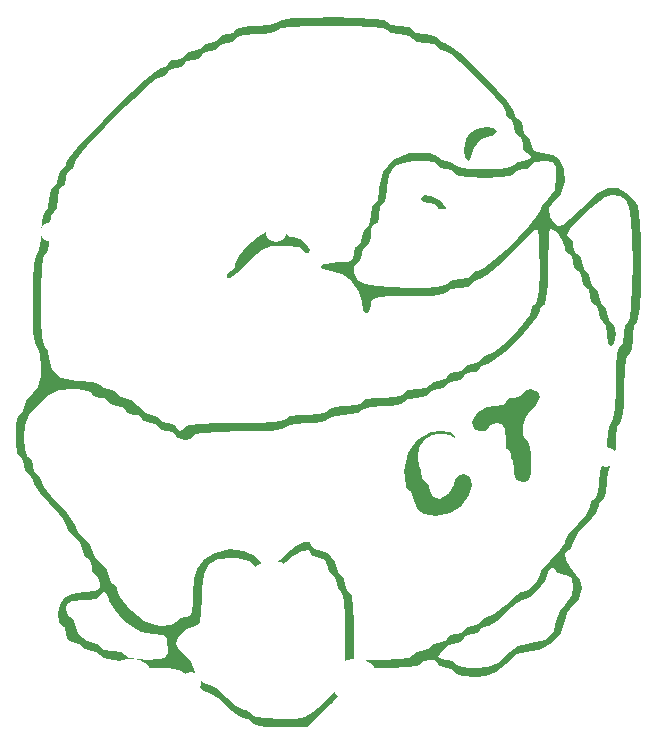
<source format=gbr>
%TF.GenerationSoftware,KiCad,Pcbnew,(7.0.0)*%
%TF.CreationDate,2023-10-03T20:21:47+02:00*%
%TF.ProjectId,qorthoz,716f7274-686f-47a2-9e6b-696361645f70,rev?*%
%TF.SameCoordinates,Original*%
%TF.FileFunction,Legend,Top*%
%TF.FilePolarity,Positive*%
%FSLAX46Y46*%
G04 Gerber Fmt 4.6, Leading zero omitted, Abs format (unit mm)*
G04 Created by KiCad (PCBNEW (7.0.0)) date 2023-10-03 20:21:47*
%MOMM*%
%LPD*%
G01*
G04 APERTURE LIST*
%ADD10C,1.750000*%
%ADD11C,3.987800*%
%ADD12C,0.650000*%
%ADD13O,1.000000X1.600000*%
%ADD14O,1.000000X2.100000*%
%ADD15R,1.700000X1.700000*%
%ADD16O,1.700000X1.700000*%
G04 APERTURE END LIST*
%TO.C,G\u002A\u002A\u002A*%
G36*
X132554363Y-46157822D02*
G01*
X133214036Y-46498796D01*
X133330835Y-46604464D01*
X133801364Y-47221725D01*
X133657356Y-47506679D01*
X133484155Y-47524384D01*
X133136804Y-47252147D01*
X133126408Y-47166637D01*
X132826778Y-46875974D01*
X132410915Y-46808891D01*
X131829589Y-46659075D01*
X131695422Y-46451144D01*
X131956158Y-46133313D01*
X132554363Y-46157822D01*
G37*
G36*
X137857233Y-40443066D02*
G01*
X138134859Y-40727200D01*
X137843377Y-41040452D01*
X137572686Y-41084947D01*
X136764526Y-41387649D01*
X136146086Y-42093669D01*
X135988380Y-42669253D01*
X135802892Y-43161506D01*
X135630634Y-43231426D01*
X135364461Y-42924511D01*
X135272887Y-42311506D01*
X135464205Y-41403885D01*
X135783954Y-40880520D01*
X136400118Y-40533900D01*
X137185122Y-40381957D01*
X137857233Y-40443066D01*
G37*
G36*
X120019244Y-49076361D02*
G01*
X120247535Y-49313116D01*
X120539017Y-49626368D01*
X120809708Y-49670862D01*
X121436408Y-49867797D01*
X121999491Y-50315857D01*
X122278462Y-50800923D01*
X122208752Y-51029447D01*
X121874410Y-51002034D01*
X121778605Y-50833538D01*
X121329094Y-50539928D01*
X120353719Y-50394321D01*
X120010802Y-50386355D01*
X118984422Y-50456337D01*
X118212490Y-50759441D01*
X117403713Y-51435405D01*
X117027817Y-51817341D01*
X116093662Y-52747173D01*
X115538227Y-53174699D01*
X115282358Y-53147411D01*
X115239084Y-52890581D01*
X115511321Y-52543230D01*
X115596831Y-52532834D01*
X115912275Y-52242255D01*
X115954577Y-51984290D01*
X116237290Y-51281177D01*
X116944352Y-50439484D01*
X117864149Y-49648472D01*
X118785065Y-49097402D01*
X119341244Y-48955369D01*
X120019244Y-49076361D01*
G37*
G36*
X134158815Y-66205016D02*
G01*
X134513173Y-66509890D01*
X134557394Y-66842693D01*
X134354417Y-67398057D01*
X133644291Y-67558180D01*
X133637475Y-67558186D01*
X132729853Y-67749504D01*
X132206489Y-68069253D01*
X131859869Y-68685417D01*
X131707926Y-69470421D01*
X131769035Y-70142532D01*
X132053169Y-70420158D01*
X132343832Y-70719788D01*
X132410915Y-71135651D01*
X132653545Y-71714637D01*
X133242774Y-71815560D01*
X133970616Y-71412421D01*
X134046328Y-71340078D01*
X134477687Y-70647099D01*
X134557394Y-70266838D01*
X134856443Y-69801961D01*
X135272887Y-69704665D01*
X135833121Y-69965387D01*
X135992219Y-70621275D01*
X135761593Y-71482915D01*
X135152652Y-72360889D01*
X135110275Y-72404025D01*
X134122189Y-73033526D01*
X132970128Y-73272819D01*
X131923672Y-73096801D01*
X131427113Y-72747002D01*
X131040039Y-72031072D01*
X130979930Y-71687370D01*
X130791373Y-71201681D01*
X130622183Y-71135651D01*
X130409728Y-70815706D01*
X130281545Y-70005369D01*
X130264437Y-69509531D01*
X130533532Y-67929757D01*
X131301507Y-66807751D01*
X132509393Y-66209454D01*
X133289020Y-66127200D01*
X134158815Y-66205016D01*
G37*
G36*
X141600065Y-62804573D02*
G01*
X141712324Y-63186253D01*
X141442406Y-63877909D01*
X140996831Y-64338468D01*
X140561094Y-64903055D01*
X140311610Y-65678428D01*
X140285650Y-66403694D01*
X140520485Y-66817960D01*
X140639084Y-66842693D01*
X140843158Y-67164441D01*
X140972689Y-67987097D01*
X140996831Y-68631426D01*
X140959161Y-69704315D01*
X140799269Y-70239405D01*
X140446831Y-70412504D01*
X140281338Y-70420158D01*
X139757619Y-70251500D01*
X139573226Y-69623963D01*
X139565845Y-69346919D01*
X139462222Y-68593362D01*
X139212549Y-68273762D01*
X139208099Y-68273679D01*
X138984077Y-67956304D01*
X138859474Y-67163462D01*
X138850352Y-66842693D01*
X138790352Y-65906490D01*
X138547840Y-65492725D01*
X138134859Y-65411707D01*
X137553533Y-65561523D01*
X137419366Y-65769454D01*
X137119736Y-66060117D01*
X136703873Y-66127200D01*
X136124887Y-65884571D01*
X136023964Y-65295342D01*
X136427103Y-64567500D01*
X136499447Y-64491788D01*
X137241765Y-64093842D01*
X137930433Y-63980722D01*
X138614878Y-63861366D01*
X138850352Y-63622975D01*
X139149982Y-63332312D01*
X139565845Y-63265229D01*
X140147171Y-63115414D01*
X140281338Y-62907482D01*
X140580968Y-62616819D01*
X140996831Y-62549736D01*
X141600065Y-62804573D01*
G37*
G36*
X98782746Y-55037060D02*
G01*
X99498239Y-55037060D01*
X99529338Y-56812653D01*
X99617092Y-58112018D01*
X99753190Y-58843729D01*
X99855986Y-58972271D01*
X100122159Y-59279186D01*
X100213732Y-59892190D01*
X100458777Y-60948581D01*
X101225706Y-61582379D01*
X102562218Y-61828439D01*
X102871278Y-61834243D01*
X103840184Y-61904255D01*
X104426665Y-62081681D01*
X104506690Y-62191989D01*
X104806320Y-62482652D01*
X105222183Y-62549736D01*
X105803509Y-62699551D01*
X105937676Y-62907482D01*
X106233510Y-63209296D01*
X106574193Y-63265229D01*
X107265849Y-63535147D01*
X107726408Y-63980722D01*
X108369286Y-64539511D01*
X108878624Y-64696215D01*
X109415623Y-64862485D01*
X109515141Y-65053961D01*
X109814771Y-65344624D01*
X110230634Y-65411707D01*
X110811960Y-65561523D01*
X110946127Y-65769454D01*
X111218363Y-66116805D01*
X111303873Y-66127200D01*
X111651224Y-65854964D01*
X111661620Y-65769454D01*
X112005326Y-65612418D01*
X112981901Y-65496231D01*
X114509531Y-65427713D01*
X115954577Y-65411707D01*
X117839015Y-65383065D01*
X119233248Y-65301684D01*
X120055463Y-65174381D01*
X120247535Y-65053961D01*
X120569282Y-64849887D01*
X121391939Y-64720357D01*
X122036268Y-64696215D01*
X123056638Y-64631865D01*
X123704288Y-64467334D01*
X123825000Y-64338468D01*
X124142375Y-64114446D01*
X124935217Y-63989844D01*
X125255986Y-63980722D01*
X126152073Y-63901378D01*
X126650482Y-63703167D01*
X126686972Y-63622975D01*
X127008719Y-63418901D01*
X127831376Y-63289371D01*
X128475704Y-63265229D01*
X129496074Y-63200879D01*
X130143725Y-63036348D01*
X130264437Y-62907482D01*
X130575307Y-62656297D01*
X131324324Y-62549763D01*
X131337676Y-62549736D01*
X132091232Y-62446112D01*
X132410833Y-62196440D01*
X132410915Y-62191989D01*
X132710546Y-61901326D01*
X133126408Y-61834243D01*
X133707735Y-61684428D01*
X133841901Y-61476496D01*
X134141532Y-61185833D01*
X134557394Y-61118750D01*
X135138721Y-60968935D01*
X135272887Y-60761003D01*
X135572517Y-60470340D01*
X135988380Y-60403257D01*
X136569706Y-60253442D01*
X136703873Y-60045510D01*
X136994283Y-59729659D01*
X137249907Y-59687764D01*
X137813983Y-59433311D01*
X138636140Y-58788014D01*
X139539285Y-57928966D01*
X140346325Y-57033262D01*
X140880166Y-56277994D01*
X140996831Y-55940840D01*
X141187099Y-55458751D01*
X141354577Y-55394806D01*
X141525995Y-55057089D01*
X141648272Y-54122236D01*
X141708361Y-52707693D01*
X141712324Y-52175088D01*
X141691892Y-50757155D01*
X141637162Y-49657835D01*
X141557985Y-49036756D01*
X141513639Y-48955369D01*
X141189378Y-49193365D01*
X140497944Y-49827542D01*
X139567925Y-50738182D01*
X139208099Y-51101848D01*
X138175937Y-52089443D01*
X137274888Y-52837173D01*
X136657670Y-53221954D01*
X136544812Y-53248327D01*
X136056155Y-53435488D01*
X135988380Y-53606074D01*
X135677510Y-53857259D01*
X134928493Y-53963793D01*
X134915141Y-53963820D01*
X134161584Y-54067444D01*
X133841984Y-54317116D01*
X133841901Y-54321567D01*
X133504185Y-54492984D01*
X132569332Y-54615262D01*
X131154788Y-54675350D01*
X130622183Y-54679313D01*
X129092458Y-54691268D01*
X128141913Y-54747309D01*
X127634368Y-54877698D01*
X127433645Y-55112696D01*
X127402465Y-55394806D01*
X127252650Y-55976132D01*
X127044718Y-56110299D01*
X126777553Y-55803657D01*
X126686972Y-55199672D01*
X126439403Y-54319912D01*
X125840485Y-53443144D01*
X125808867Y-53410939D01*
X124942516Y-52801326D01*
X124053489Y-52533400D01*
X124020134Y-52532834D01*
X123340078Y-52412368D01*
X123109507Y-52175088D01*
X123239651Y-52083225D01*
X126015191Y-52083225D01*
X126033082Y-52693553D01*
X126367304Y-53367346D01*
X126418662Y-53428692D01*
X126927303Y-53644258D01*
X127912548Y-53809789D01*
X129195059Y-53920999D01*
X130595500Y-53973603D01*
X131934533Y-53963316D01*
X133032822Y-53885852D01*
X133711029Y-53736926D01*
X133841901Y-53606074D01*
X134152772Y-53354888D01*
X134901788Y-53248355D01*
X134915141Y-53248327D01*
X135668697Y-53144704D01*
X135988298Y-52895032D01*
X135988380Y-52890581D01*
X136278599Y-52574276D01*
X136531625Y-52532834D01*
X137023210Y-52286856D01*
X137838075Y-51643637D01*
X138831945Y-50745254D01*
X139860543Y-49733783D01*
X140779594Y-48751300D01*
X141444824Y-47939880D01*
X141711957Y-47441601D01*
X141712324Y-47431111D01*
X141976733Y-46880837D01*
X142427817Y-46451144D01*
X142989280Y-45689993D01*
X143143310Y-44583436D01*
X143094209Y-43699046D01*
X142835658Y-43318663D01*
X142200785Y-43232071D01*
X142070070Y-43231426D01*
X141316514Y-43335049D01*
X140996913Y-43584721D01*
X140996831Y-43589172D01*
X140697201Y-43879835D01*
X140281338Y-43946919D01*
X139700012Y-44096734D01*
X139565845Y-44304665D01*
X139234958Y-44488181D01*
X138348117Y-44614988D01*
X137064050Y-44662412D01*
X137061620Y-44662412D01*
X135777012Y-44615142D01*
X134889361Y-44488451D01*
X134557395Y-44305012D01*
X134557394Y-44304665D01*
X134257764Y-44014002D01*
X133841901Y-43946919D01*
X133260575Y-43797104D01*
X133126408Y-43589172D01*
X132817087Y-43343704D01*
X132050996Y-43238456D01*
X131070944Y-43263586D01*
X130119742Y-43409249D01*
X129440197Y-43665601D01*
X129344517Y-43742492D01*
X128997161Y-44432415D01*
X128835022Y-45429354D01*
X128833451Y-45531225D01*
X128745268Y-46368927D01*
X128527891Y-46795233D01*
X128475704Y-46808891D01*
X128224519Y-47119761D01*
X128117985Y-47868778D01*
X128117958Y-47882130D01*
X128014334Y-48635686D01*
X127764662Y-48955287D01*
X127760211Y-48955369D01*
X127469548Y-49255000D01*
X127402465Y-49670862D01*
X127252650Y-50252189D01*
X127044718Y-50386355D01*
X126754055Y-50685986D01*
X126686972Y-51101848D01*
X126537157Y-51683175D01*
X126329225Y-51817341D01*
X126015191Y-52083225D01*
X123239651Y-52083225D01*
X123426882Y-51951066D01*
X124219724Y-51826464D01*
X124540493Y-51817341D01*
X125476696Y-51757341D01*
X125890461Y-51514829D01*
X125971479Y-51101848D01*
X126121294Y-50520522D01*
X126329225Y-50386355D01*
X126619888Y-50086725D01*
X126686972Y-49670862D01*
X126836787Y-49089536D01*
X127044718Y-48955369D01*
X127295904Y-48644499D01*
X127402437Y-47895482D01*
X127402465Y-47882130D01*
X127506088Y-47128574D01*
X127755760Y-46808973D01*
X127760211Y-46808891D01*
X127995455Y-46494114D01*
X128114407Y-45718865D01*
X128117958Y-45540517D01*
X128418882Y-44127834D01*
X129277692Y-43124502D01*
X130628447Y-42589487D01*
X131500288Y-42515933D01*
X132465994Y-42586321D01*
X133048644Y-42764595D01*
X133126408Y-42873679D01*
X133426039Y-43164342D01*
X133841901Y-43231426D01*
X134423228Y-43381241D01*
X134557394Y-43589172D01*
X134888281Y-43772688D01*
X135775122Y-43899495D01*
X137059190Y-43946919D01*
X137061620Y-43946919D01*
X138346227Y-43899649D01*
X139233878Y-43772958D01*
X139565844Y-43589519D01*
X139565845Y-43589172D01*
X139865475Y-43298509D01*
X140281338Y-43231426D01*
X140862664Y-43081611D01*
X140996831Y-42873679D01*
X140724595Y-42526329D01*
X140639084Y-42515933D01*
X140348421Y-42216303D01*
X140281338Y-41800440D01*
X140131523Y-41219114D01*
X139923591Y-41084947D01*
X139632928Y-40785317D01*
X139565845Y-40369454D01*
X139416030Y-39788128D01*
X139208099Y-39653961D01*
X138891794Y-39363742D01*
X138850352Y-39110716D01*
X138600665Y-38601190D01*
X137947587Y-37774851D01*
X137035091Y-36775673D01*
X136007148Y-35747628D01*
X135007732Y-34834689D01*
X134180815Y-34180828D01*
X133670371Y-33930019D01*
X133669653Y-33930017D01*
X133189339Y-33738898D01*
X133126408Y-33572271D01*
X132815538Y-33321085D01*
X132066521Y-33214552D01*
X132053169Y-33214524D01*
X131299613Y-33110901D01*
X130980012Y-32861229D01*
X130979930Y-32856778D01*
X130669059Y-32605592D01*
X129920043Y-32499059D01*
X129906690Y-32499031D01*
X129153134Y-32395408D01*
X128833533Y-32145736D01*
X128833451Y-32141285D01*
X128488381Y-31988287D01*
X127502357Y-31873951D01*
X125949157Y-31803954D01*
X124182746Y-31783538D01*
X122193768Y-31810082D01*
X120707406Y-31885930D01*
X119797439Y-32005407D01*
X119532042Y-32141285D01*
X119210295Y-32345359D01*
X118387638Y-32474889D01*
X117743310Y-32499031D01*
X116722940Y-32563381D01*
X116075289Y-32727912D01*
X115954577Y-32856778D01*
X115654947Y-33147441D01*
X115239084Y-33214524D01*
X114657758Y-33364339D01*
X114523591Y-33572271D01*
X114223961Y-33862934D01*
X113808099Y-33930017D01*
X113226772Y-34079832D01*
X113092606Y-34287764D01*
X112792975Y-34578427D01*
X112377113Y-34645510D01*
X111795786Y-34795325D01*
X111661620Y-35003257D01*
X111361989Y-35293920D01*
X110946127Y-35361003D01*
X110364800Y-35510818D01*
X110230634Y-35718750D01*
X109940555Y-36035386D01*
X109689428Y-36076496D01*
X109225251Y-36323765D01*
X108401430Y-36987532D01*
X107335025Y-37950738D01*
X106143095Y-39096323D01*
X104942699Y-40307227D01*
X103850898Y-41466392D01*
X102984751Y-42456756D01*
X102461317Y-43161262D01*
X102360211Y-43405713D01*
X102168464Y-43884726D01*
X102002465Y-43946919D01*
X101711802Y-44246549D01*
X101644718Y-44662412D01*
X101494903Y-45243738D01*
X101286972Y-45377905D01*
X101035786Y-45688775D01*
X100929253Y-46437792D01*
X100929225Y-46451144D01*
X100825602Y-47204701D01*
X100575930Y-47524301D01*
X100571479Y-47524384D01*
X100367405Y-47846131D01*
X100237875Y-48668787D01*
X100213732Y-49313116D01*
X100149383Y-50333486D01*
X99984852Y-50981137D01*
X99855986Y-51101848D01*
X99694568Y-51443930D01*
X99576444Y-52409224D01*
X99509925Y-53906306D01*
X99498239Y-55037060D01*
X98782746Y-55037060D01*
X98813845Y-53261466D01*
X98901599Y-51962101D01*
X99037697Y-51230390D01*
X99140493Y-51101848D01*
X99344567Y-50780101D01*
X99474097Y-49957444D01*
X99498239Y-49313116D01*
X99562589Y-48292746D01*
X99727120Y-47645095D01*
X99855986Y-47524384D01*
X100107171Y-47213513D01*
X100213705Y-46464497D01*
X100213732Y-46451144D01*
X100317356Y-45697588D01*
X100567028Y-45377987D01*
X100571479Y-45377905D01*
X100862142Y-45078274D01*
X100929225Y-44662412D01*
X101079040Y-44081085D01*
X101286972Y-43946919D01*
X101603678Y-43656870D01*
X101644718Y-43406139D01*
X101891624Y-42952411D01*
X102558375Y-42129849D01*
X103534027Y-41049401D01*
X104707631Y-39822013D01*
X105968241Y-38558632D01*
X107204911Y-37370205D01*
X108306693Y-36367678D01*
X109162641Y-35661998D01*
X109661808Y-35364112D01*
X109689854Y-35361003D01*
X110168596Y-35169125D01*
X110230634Y-35003257D01*
X110530264Y-34712594D01*
X110946127Y-34645510D01*
X111527453Y-34495695D01*
X111661620Y-34287764D01*
X111961250Y-33997101D01*
X112377113Y-33930017D01*
X112958439Y-33780202D01*
X113092606Y-33572271D01*
X113392236Y-33281608D01*
X113808099Y-33214524D01*
X114389425Y-33064709D01*
X114523591Y-32856778D01*
X114823222Y-32566115D01*
X115239084Y-32499031D01*
X115820411Y-32349216D01*
X115954577Y-32141285D01*
X116276325Y-31937211D01*
X117098981Y-31807681D01*
X117743310Y-31783538D01*
X118763680Y-31719189D01*
X119411330Y-31554658D01*
X119532042Y-31425792D01*
X119877112Y-31272794D01*
X120863136Y-31158458D01*
X122416336Y-31088461D01*
X124182746Y-31068046D01*
X126171725Y-31094589D01*
X127658087Y-31170437D01*
X128568053Y-31289914D01*
X128833451Y-31425792D01*
X129144321Y-31676977D01*
X129893338Y-31783511D01*
X129906690Y-31783538D01*
X130660246Y-31887162D01*
X130979847Y-32136834D01*
X130979930Y-32141285D01*
X131290800Y-32392470D01*
X132039817Y-32499004D01*
X132053169Y-32499031D01*
X132806725Y-32602655D01*
X133126326Y-32852327D01*
X133126408Y-32856778D01*
X133416568Y-33173221D01*
X133668798Y-33214524D01*
X134160074Y-33463072D01*
X134985999Y-34120004D01*
X136013505Y-35052251D01*
X137109524Y-36126745D01*
X138140987Y-37210418D01*
X138974827Y-38170201D01*
X139477974Y-38873027D01*
X139565845Y-39111571D01*
X139757227Y-39591340D01*
X139923591Y-39653961D01*
X140214255Y-39953591D01*
X140281338Y-40369454D01*
X140431153Y-40950780D01*
X140639084Y-41084947D01*
X140929748Y-41384577D01*
X140996831Y-41800440D01*
X141199809Y-42355803D01*
X141909934Y-42515927D01*
X141916750Y-42515933D01*
X142824372Y-42707251D01*
X143347736Y-43026999D01*
X143782116Y-43886156D01*
X143837731Y-44984031D01*
X143534193Y-45992127D01*
X143143310Y-46451144D01*
X142509785Y-47191132D01*
X142589780Y-47984055D01*
X142963594Y-48469014D01*
X143298089Y-48695287D01*
X143690052Y-48620685D01*
X144276365Y-48169239D01*
X145193912Y-47264980D01*
X145265720Y-47191348D01*
X146502089Y-46053959D01*
X147488627Y-45501456D01*
X148346050Y-45506661D01*
X149195075Y-46042396D01*
X149420134Y-46256010D01*
X149773294Y-46642309D01*
X150016379Y-47060276D01*
X150169900Y-47643616D01*
X150254369Y-48526036D01*
X150290299Y-49841243D01*
X150298201Y-51722944D01*
X150298239Y-51979953D01*
X150272716Y-54024304D01*
X150199588Y-55559834D01*
X150084019Y-56516611D01*
X149940493Y-56825792D01*
X149716471Y-57143167D01*
X149591869Y-57936009D01*
X149582746Y-58256778D01*
X149503403Y-59152865D01*
X149305192Y-59651274D01*
X149225000Y-59687764D01*
X149047835Y-60022480D01*
X148923338Y-60936296D01*
X148868446Y-62293709D01*
X148867253Y-62549736D01*
X148825414Y-63967055D01*
X148711187Y-64963033D01*
X148541510Y-65402168D01*
X148509507Y-65411707D01*
X148305433Y-65733455D01*
X148175903Y-66556111D01*
X148151761Y-67200440D01*
X148087411Y-68220810D01*
X147922880Y-68868461D01*
X147794014Y-68989172D01*
X147569992Y-69306547D01*
X147445390Y-70099389D01*
X147436268Y-70420158D01*
X147356924Y-71316245D01*
X147158713Y-71814655D01*
X147078521Y-71851144D01*
X146766826Y-72143252D01*
X146720775Y-72423106D01*
X146474996Y-73015918D01*
X145863410Y-73784261D01*
X145647535Y-73997623D01*
X144965982Y-74765272D01*
X144596259Y-75436577D01*
X144574296Y-75572140D01*
X144391590Y-76070475D01*
X144216549Y-76144102D01*
X143885121Y-76393866D01*
X143913982Y-76971836D01*
X144251735Y-77621032D01*
X144574296Y-77932834D01*
X145132714Y-78678813D01*
X145289789Y-79363820D01*
X145021275Y-80271706D01*
X144574296Y-80794806D01*
X144010776Y-81521656D01*
X143858803Y-82142156D01*
X143539874Y-83160278D01*
X142730579Y-84054173D01*
X141652158Y-84625115D01*
X140977750Y-84730017D01*
X139835112Y-85008717D01*
X138850352Y-85803257D01*
X138046419Y-86510564D01*
X137181037Y-86819449D01*
X136202595Y-86876496D01*
X135230328Y-86806876D01*
X134639827Y-86630334D01*
X134557394Y-86518750D01*
X134257764Y-86228087D01*
X133841901Y-86161003D01*
X133260575Y-86011188D01*
X133126408Y-85803257D01*
X132826778Y-85512594D01*
X132410915Y-85445510D01*
X131829589Y-85595325D01*
X131695422Y-85803257D01*
X131360706Y-85980422D01*
X130446890Y-86104919D01*
X129089477Y-86159811D01*
X128833451Y-86161003D01*
X127369008Y-86185573D01*
X126490044Y-86275621D01*
X126067717Y-86455654D01*
X125971479Y-86705400D01*
X125731829Y-87205112D01*
X125097838Y-88031558D01*
X124196942Y-89021903D01*
X124011650Y-89209625D01*
X122051822Y-91169454D01*
X119718693Y-91169454D01*
X118500489Y-91119059D01*
X117666098Y-90985488D01*
X117385563Y-90811707D01*
X117093455Y-90500013D01*
X116813602Y-90453961D01*
X116220790Y-90208182D01*
X115452447Y-89596596D01*
X115239084Y-89380722D01*
X114509432Y-88703230D01*
X113921135Y-88331695D01*
X113808099Y-88307482D01*
X113311175Y-88065042D01*
X112598364Y-87460746D01*
X112377113Y-87234243D01*
X111764138Y-86648731D01*
X111151837Y-86325912D01*
X110299432Y-86188952D01*
X109013863Y-86161003D01*
X107784822Y-86111139D01*
X106941785Y-85978722D01*
X106653169Y-85803257D01*
X106342299Y-85552071D01*
X105593282Y-85445538D01*
X105579930Y-85445510D01*
X104826373Y-85341887D01*
X104506773Y-85092215D01*
X104506690Y-85087764D01*
X104207060Y-84797101D01*
X103791197Y-84730017D01*
X103209871Y-84580202D01*
X103075704Y-84372271D01*
X102776074Y-84081608D01*
X102360211Y-84014524D01*
X101762307Y-83761559D01*
X101644718Y-83299031D01*
X101494903Y-82717705D01*
X101286972Y-82583538D01*
X100999342Y-82295189D01*
X100942762Y-81617961D01*
X101035382Y-81152553D01*
X101644718Y-81152553D01*
X101794533Y-81733879D01*
X102002465Y-81868046D01*
X102315717Y-82159527D01*
X102360211Y-82430219D01*
X102662913Y-83238379D01*
X103368933Y-83856819D01*
X103944517Y-84014524D01*
X104436770Y-84200013D01*
X104506690Y-84372271D01*
X104817560Y-84623456D01*
X105566577Y-84729990D01*
X105579930Y-84730017D01*
X106333486Y-84833641D01*
X106653087Y-85083313D01*
X106653169Y-85087764D01*
X106974916Y-85291838D01*
X107797573Y-85421368D01*
X108441901Y-85445510D01*
X109500787Y-85422062D01*
X110028815Y-85277893D01*
X110210549Y-84902263D01*
X110230634Y-84372271D01*
X110203515Y-84088868D01*
X110946127Y-84088868D01*
X111211150Y-84654588D01*
X111661620Y-85087764D01*
X112216458Y-85666648D01*
X112377113Y-86086659D01*
X112650503Y-86778870D01*
X113264933Y-87385096D01*
X113817887Y-87591989D01*
X114308311Y-87834202D01*
X115017317Y-88438002D01*
X115239084Y-88665229D01*
X116006734Y-89346782D01*
X116678039Y-89716505D01*
X116813602Y-89738468D01*
X117311936Y-89921174D01*
X117385563Y-90096215D01*
X117714248Y-90282974D01*
X118585524Y-90410903D01*
X119720330Y-90453961D01*
X121003624Y-90429921D01*
X121849762Y-90282354D01*
X122537003Y-89898093D01*
X123343610Y-89163968D01*
X123655541Y-88853516D01*
X125255986Y-87253071D01*
X125255986Y-83487319D01*
X125223572Y-81764934D01*
X125132451Y-80511526D01*
X124991807Y-79823750D01*
X124898239Y-79721567D01*
X124607576Y-79421936D01*
X124540493Y-79006074D01*
X124390678Y-78424747D01*
X124182746Y-78290581D01*
X123892083Y-77990951D01*
X123825000Y-77575088D01*
X123572035Y-76977183D01*
X123109507Y-76859595D01*
X122528181Y-76709780D01*
X122394014Y-76501848D01*
X122161867Y-76151753D01*
X121575125Y-76239169D01*
X120798337Y-76709246D01*
X120247535Y-77217341D01*
X119313220Y-78041305D01*
X118576756Y-78234050D01*
X117929852Y-77811046D01*
X117743310Y-77575088D01*
X117116548Y-77066815D01*
X116085460Y-76869323D01*
X115671175Y-76859595D01*
X114454429Y-76964151D01*
X113682915Y-77358732D01*
X113263850Y-78164709D01*
X113104449Y-79503453D01*
X113092606Y-80232633D01*
X113060330Y-81532528D01*
X112941087Y-82259543D01*
X112701248Y-82554298D01*
X112530433Y-82583538D01*
X111755499Y-82866541D01*
X111130323Y-83519099D01*
X110946127Y-84088868D01*
X110203515Y-84088868D01*
X110161862Y-83653570D01*
X109811446Y-83356999D01*
X108966596Y-83299031D01*
X107940198Y-83135000D01*
X106992413Y-82550322D01*
X106462371Y-82058844D01*
X105733689Y-81224784D01*
X105287725Y-80511233D01*
X105222183Y-80270111D01*
X105032675Y-79786430D01*
X104864437Y-79721567D01*
X104517086Y-79993803D01*
X104506690Y-80079313D01*
X104189315Y-80303335D01*
X103396473Y-80427937D01*
X103075704Y-80437060D01*
X102139501Y-80497060D01*
X101725736Y-80739572D01*
X101644718Y-81152553D01*
X101035382Y-81152553D01*
X101098859Y-80833586D01*
X101440292Y-80232633D01*
X102130215Y-79885277D01*
X103127153Y-79723138D01*
X103229024Y-79721567D01*
X104102696Y-79644978D01*
X104460551Y-79344309D01*
X104506690Y-79006074D01*
X104356875Y-78424747D01*
X104148944Y-78290581D01*
X103858280Y-77990951D01*
X103791197Y-77575088D01*
X103641382Y-76993762D01*
X103433451Y-76859595D01*
X103131637Y-76563760D01*
X103075704Y-76223078D01*
X102805786Y-75531421D01*
X102360211Y-75070862D01*
X101805307Y-74490952D01*
X101644718Y-74069473D01*
X101402726Y-73567541D01*
X100780179Y-72793035D01*
X100213732Y-72208891D01*
X99417849Y-71348165D01*
X98898304Y-70602049D01*
X98782746Y-70269332D01*
X98597975Y-69775524D01*
X98425000Y-69704665D01*
X98134337Y-69405035D01*
X98067253Y-68989172D01*
X97917438Y-68407846D01*
X97709507Y-68273679D01*
X97505433Y-67951932D01*
X97375903Y-67129275D01*
X97358016Y-66651895D01*
X98067253Y-66651895D01*
X98137818Y-67616105D01*
X98316491Y-68196961D01*
X98425000Y-68273679D01*
X98715663Y-68573309D01*
X98782746Y-68989172D01*
X98932561Y-69570498D01*
X99140493Y-69704665D01*
X99453346Y-69996308D01*
X99498239Y-70269332D01*
X99741629Y-70817236D01*
X100367419Y-71623508D01*
X100929225Y-72208891D01*
X101723031Y-73053714D01*
X102242647Y-73764259D01*
X102360211Y-74069473D01*
X102625315Y-74637229D01*
X103075704Y-75070862D01*
X103632482Y-75680545D01*
X103791197Y-76144102D01*
X104058612Y-76770707D01*
X104506690Y-77217341D01*
X105065479Y-77860218D01*
X105222183Y-78369557D01*
X105388453Y-78906556D01*
X105579930Y-79006074D01*
X105895374Y-79296653D01*
X105937676Y-79554618D01*
X106175922Y-80115166D01*
X106780901Y-80917398D01*
X107177864Y-81343351D01*
X108191146Y-82189447D01*
X109143323Y-82545702D01*
X109682089Y-82583538D01*
X110514422Y-82494473D01*
X110934023Y-82275208D01*
X110946127Y-82225792D01*
X111245757Y-81935129D01*
X111661620Y-81868046D01*
X112073773Y-81783348D01*
X112289252Y-81416583D01*
X112369011Y-80598745D01*
X112377113Y-79884179D01*
X112440830Y-78604165D01*
X112687927Y-77759199D01*
X113202315Y-77075785D01*
X113255218Y-77022207D01*
X114267530Y-76383172D01*
X115498310Y-76109845D01*
X116694832Y-76211381D01*
X117604371Y-76696938D01*
X117743310Y-76859595D01*
X118384496Y-77458487D01*
X119083799Y-77446122D01*
X119949510Y-76807030D01*
X120247535Y-76501848D01*
X121059573Y-75803691D01*
X121793045Y-75451036D01*
X122283402Y-75498731D01*
X122394014Y-75786355D01*
X122685496Y-76099607D01*
X122956187Y-76144102D01*
X123764347Y-76446804D01*
X124382787Y-77152824D01*
X124540493Y-77728408D01*
X124725981Y-78220661D01*
X124898239Y-78290581D01*
X125188902Y-78590211D01*
X125255986Y-79006074D01*
X125405801Y-79587400D01*
X125613732Y-79721567D01*
X125790897Y-80056283D01*
X125915394Y-80970099D01*
X125970286Y-82327512D01*
X125971479Y-82583538D01*
X125971479Y-85445510D01*
X128475704Y-85445510D01*
X129760311Y-85398241D01*
X130647962Y-85271549D01*
X130703094Y-85241084D01*
X133126408Y-85241084D01*
X133427161Y-85407407D01*
X133841901Y-85445510D01*
X134423228Y-85595325D01*
X134557394Y-85803257D01*
X134877565Y-86014675D01*
X135689442Y-86143078D01*
X136202595Y-86161003D01*
X137374117Y-86067582D01*
X138199132Y-85691283D01*
X138850352Y-85087764D01*
X139920679Y-84249579D01*
X140987042Y-84014524D01*
X142212055Y-83756709D01*
X142951939Y-83027189D01*
X143143310Y-82151448D01*
X143419482Y-81289815D01*
X143858803Y-80794806D01*
X144436390Y-79999942D01*
X144574296Y-79284844D01*
X144441104Y-78535289D01*
X143959398Y-78293629D01*
X143858803Y-78290581D01*
X143277477Y-78140766D01*
X143143310Y-77932834D01*
X142871074Y-77585484D01*
X142785563Y-77575088D01*
X142470820Y-77865959D01*
X142427817Y-78127969D01*
X142176124Y-78756393D01*
X141576826Y-79516806D01*
X140863594Y-80160050D01*
X140270099Y-80436967D01*
X140262257Y-80437060D01*
X139777998Y-80679058D01*
X139072606Y-81282387D01*
X138850352Y-81510299D01*
X138082703Y-82191853D01*
X137411398Y-82561575D01*
X137275835Y-82583538D01*
X136777500Y-82766244D01*
X136703873Y-82941285D01*
X136404243Y-83231948D01*
X135988380Y-83299031D01*
X135407054Y-83448846D01*
X135272887Y-83656778D01*
X134981405Y-83970030D01*
X134710714Y-84014524D01*
X134071294Y-84232215D01*
X133435153Y-84717515D01*
X133127352Y-85218762D01*
X133126408Y-85241084D01*
X130703094Y-85241084D01*
X130979928Y-85088111D01*
X130979930Y-85087764D01*
X131279560Y-84797101D01*
X131695422Y-84730017D01*
X132276749Y-84580202D01*
X132410915Y-84372271D01*
X132710546Y-84081608D01*
X133126408Y-84014524D01*
X133707735Y-83864709D01*
X133841901Y-83656778D01*
X134141532Y-83366115D01*
X134557394Y-83299031D01*
X135138721Y-83149216D01*
X135272887Y-82941285D01*
X135572517Y-82650622D01*
X135988380Y-82583538D01*
X136569706Y-82433723D01*
X136703873Y-82225792D01*
X136995981Y-81914097D01*
X137275835Y-81868046D01*
X137868647Y-81622267D01*
X138636990Y-81010681D01*
X138850352Y-80794806D01*
X139577446Y-80117592D01*
X140160150Y-79745937D01*
X140271549Y-79721567D01*
X140918568Y-79443733D01*
X141505035Y-78827652D01*
X141712324Y-78280792D01*
X141954537Y-77790368D01*
X142558337Y-77081362D01*
X142785563Y-76859595D01*
X143463055Y-76129942D01*
X143834590Y-75541646D01*
X143858803Y-75428609D01*
X144101243Y-74931686D01*
X144705539Y-74218874D01*
X144932042Y-73997623D01*
X145613596Y-73229974D01*
X145983318Y-72558669D01*
X146005282Y-72423106D01*
X146187987Y-71924771D01*
X146363028Y-71851144D01*
X146587050Y-71533769D01*
X146711652Y-70740927D01*
X146720775Y-70420158D01*
X146800118Y-69524071D01*
X146998329Y-69025662D01*
X147078521Y-68989172D01*
X147282595Y-68667425D01*
X147412125Y-67844768D01*
X147436268Y-67200440D01*
X147500617Y-66180070D01*
X147665148Y-65532419D01*
X147794014Y-65411707D01*
X147965431Y-65073991D01*
X148087709Y-64139138D01*
X148147798Y-62724594D01*
X148151761Y-62191989D01*
X148189285Y-60649233D01*
X148293157Y-59548734D01*
X148450329Y-59007936D01*
X148509507Y-58972271D01*
X148760692Y-58661400D01*
X148867226Y-57912384D01*
X148867253Y-57899031D01*
X148970877Y-57145475D01*
X149220549Y-56825874D01*
X149225000Y-56825792D01*
X149375829Y-56480038D01*
X149489144Y-55489283D01*
X149559806Y-53923284D01*
X149582746Y-51970661D01*
X149560636Y-49777507D01*
X149474555Y-48200805D01*
X149294883Y-47142339D01*
X148991998Y-46503894D01*
X148536276Y-46187254D01*
X147898097Y-46094203D01*
X147810153Y-46093398D01*
X147252204Y-46300266D01*
X146477662Y-46830467D01*
X145628914Y-47548394D01*
X144848345Y-48318438D01*
X144278341Y-49004992D01*
X144061290Y-49472449D01*
X144142411Y-49586525D01*
X144503353Y-50017153D01*
X144574296Y-50416168D01*
X144729921Y-50981109D01*
X144932042Y-51101848D01*
X145222705Y-51401478D01*
X145289789Y-51817341D01*
X145439604Y-52398668D01*
X145647535Y-52532834D01*
X145938198Y-52832464D01*
X146005282Y-53248327D01*
X146155097Y-53829653D01*
X146363028Y-53963820D01*
X146653691Y-54263450D01*
X146720775Y-54679313D01*
X146870590Y-55260639D01*
X147078521Y-55394806D01*
X147369184Y-55694436D01*
X147436268Y-56110299D01*
X147586083Y-56691625D01*
X147794014Y-56825792D01*
X148045199Y-57136662D01*
X148151733Y-57885679D01*
X148151761Y-57899031D01*
X148048137Y-58652588D01*
X147798465Y-58972188D01*
X147794014Y-58972271D01*
X147542829Y-58661400D01*
X147436295Y-57912384D01*
X147436268Y-57899031D01*
X147332644Y-57145475D01*
X147082972Y-56825874D01*
X147078521Y-56825792D01*
X146787858Y-56526162D01*
X146720775Y-56110299D01*
X146570960Y-55528973D01*
X146363028Y-55394806D01*
X146072365Y-55095176D01*
X146005282Y-54679313D01*
X145855467Y-54097987D01*
X145647535Y-53963820D01*
X145356872Y-53664190D01*
X145289789Y-53248327D01*
X145139974Y-52667001D01*
X144932042Y-52532834D01*
X144641379Y-52233204D01*
X144574296Y-51817341D01*
X144424481Y-51236015D01*
X144216549Y-51101848D01*
X143903297Y-50810366D01*
X143858803Y-50539675D01*
X143641112Y-49900255D01*
X143155812Y-49264114D01*
X142654565Y-48956313D01*
X142632243Y-48955369D01*
X142542216Y-49286476D01*
X142472418Y-50173376D01*
X142432984Y-51456443D01*
X142427817Y-52175088D01*
X142390293Y-53717844D01*
X142286420Y-54818343D01*
X142129249Y-55359141D01*
X142070070Y-55394806D01*
X141753953Y-55685104D01*
X141712324Y-55939203D01*
X141472674Y-56438915D01*
X140838683Y-57265361D01*
X139937787Y-58255706D01*
X139752495Y-58443428D01*
X138749702Y-59379653D01*
X137880755Y-60072490D01*
X137308492Y-60394505D01*
X137248270Y-60403257D01*
X136767222Y-60594024D01*
X136703873Y-60761003D01*
X136404243Y-61051666D01*
X135988380Y-61118750D01*
X135407054Y-61268565D01*
X135272887Y-61476496D01*
X134973257Y-61767159D01*
X134557394Y-61834243D01*
X133976068Y-61984058D01*
X133841901Y-62191989D01*
X133542271Y-62482652D01*
X133126408Y-62549736D01*
X132545082Y-62699551D01*
X132410915Y-62907482D01*
X132100045Y-63158668D01*
X131351028Y-63265201D01*
X131337676Y-63265229D01*
X130584120Y-63368852D01*
X130264519Y-63618524D01*
X130264437Y-63622975D01*
X129942689Y-63827049D01*
X129120033Y-63956579D01*
X128475704Y-63980722D01*
X127455334Y-64045071D01*
X126807683Y-64209602D01*
X126686972Y-64338468D01*
X126369597Y-64562490D01*
X125576755Y-64687092D01*
X125255986Y-64696215D01*
X124359899Y-64775558D01*
X123861489Y-64973769D01*
X123825000Y-65053961D01*
X123503253Y-65258035D01*
X122680596Y-65387565D01*
X122036268Y-65411707D01*
X121015897Y-65476057D01*
X120368247Y-65640588D01*
X120247535Y-65769454D01*
X119905454Y-65930872D01*
X118940160Y-66048996D01*
X117443077Y-66115515D01*
X116312324Y-66127200D01*
X114536730Y-66158299D01*
X113237366Y-66246053D01*
X112505654Y-66382151D01*
X112377113Y-66484947D01*
X112077482Y-66775610D01*
X111661620Y-66842693D01*
X111080293Y-66692878D01*
X110946127Y-66484947D01*
X110646497Y-66194284D01*
X110230634Y-66127200D01*
X109649308Y-65977385D01*
X109515141Y-65769454D01*
X109215511Y-65478791D01*
X108799648Y-65411707D01*
X108218322Y-65261892D01*
X108084155Y-65053961D01*
X107784525Y-64763298D01*
X107368662Y-64696215D01*
X106787336Y-64546399D01*
X106653169Y-64338468D01*
X106353539Y-64047805D01*
X105937676Y-63980722D01*
X105356350Y-63830906D01*
X105222183Y-63622975D01*
X104922553Y-63332312D01*
X104506690Y-63265229D01*
X103925364Y-63115414D01*
X103791197Y-62907482D01*
X103471304Y-62694789D01*
X102661321Y-62566659D01*
X102169413Y-62549736D01*
X101042900Y-62639503D01*
X100197785Y-63010594D01*
X99307441Y-63789923D01*
X98514636Y-64700117D01*
X98152147Y-65547879D01*
X98067253Y-66651895D01*
X97358016Y-66651895D01*
X97351761Y-66484947D01*
X97416110Y-65464577D01*
X97580641Y-64816926D01*
X97709507Y-64696215D01*
X98011321Y-64400380D01*
X98067253Y-64059697D01*
X98337172Y-63368041D01*
X98782746Y-62907482D01*
X99261025Y-62347164D01*
X99471145Y-61435428D01*
X99498239Y-60682027D01*
X99431094Y-59687859D01*
X99260168Y-59071249D01*
X99140493Y-58972271D01*
X98979075Y-58630190D01*
X98860951Y-57664896D01*
X98794432Y-56167813D01*
X98782746Y-55037060D01*
G37*
%TD*%
%LPC*%
D10*
%TO.C,MX20*%
X206851250Y-49212500D03*
D11*
X211931250Y-49212500D03*
D10*
X217011250Y-49212500D03*
%TD*%
%TO.C,MX36*%
X171132500Y-87312500D03*
D11*
X176212500Y-87312500D03*
D10*
X181292500Y-87312500D03*
%TD*%
%TO.C,MX37*%
X190182500Y-87312500D03*
D11*
X195262500Y-87312500D03*
D10*
X200342500Y-87312500D03*
%TD*%
%TO.C,MX18*%
X166370000Y-49212500D03*
D11*
X171450000Y-49212500D03*
D10*
X176530000Y-49212500D03*
%TD*%
%TO.C,MX35*%
X142557500Y-87312500D03*
D11*
X147637500Y-87312500D03*
D10*
X152717500Y-87312500D03*
%TD*%
%TO.C,MX1*%
X33020000Y-30162500D03*
D11*
X38100000Y-30162500D03*
D10*
X43180000Y-30162500D03*
%TD*%
%TO.C,MX34*%
X102076250Y-87312500D03*
D11*
X107156250Y-87312500D03*
D10*
X112236250Y-87312500D03*
%TD*%
%TO.C,MX28*%
X166370000Y-68262500D03*
D11*
X171450000Y-68262500D03*
D10*
X176530000Y-68262500D03*
%TD*%
%TO.C,MX9*%
X185420000Y-30162500D03*
D11*
X190500000Y-30162500D03*
D10*
X195580000Y-30162500D03*
%TD*%
%TO.C,MX6*%
X128270000Y-30162500D03*
D11*
X133350000Y-30162500D03*
D10*
X138430000Y-30162500D03*
%TD*%
%TO.C,MX24*%
X90170000Y-68262500D03*
D11*
X95250000Y-68262500D03*
D10*
X100330000Y-68262500D03*
%TD*%
%TO.C,MX15*%
X109220000Y-49212500D03*
D11*
X114300000Y-49212500D03*
D10*
X119380000Y-49212500D03*
%TD*%
%TO.C,MX17*%
X147320000Y-49212500D03*
D11*
X152400000Y-49212500D03*
D10*
X157480000Y-49212500D03*
%TD*%
%TO.C,MX16*%
X128270000Y-49212500D03*
D11*
X133350000Y-49212500D03*
D10*
X138430000Y-49212500D03*
%TD*%
%TO.C,MX19*%
X185420000Y-49212500D03*
D11*
X190500000Y-49212500D03*
D10*
X195580000Y-49212500D03*
%TD*%
%TO.C,MX25*%
X109220000Y-68262500D03*
D11*
X114300000Y-68262500D03*
D10*
X119380000Y-68262500D03*
%TD*%
%TO.C,MX21*%
X33020000Y-68262500D03*
D11*
X38100000Y-68262500D03*
D10*
X43180000Y-68262500D03*
%TD*%
%TO.C,MX22*%
X52070000Y-68262500D03*
D11*
X57150000Y-68262500D03*
D10*
X62230000Y-68262500D03*
%TD*%
D11*
%TO.C,S3*%
X176212500Y-79057500D03*
X76200000Y-79057500D03*
%TD*%
D10*
%TO.C,MX5*%
X109220000Y-30162500D03*
D11*
X114300000Y-30162500D03*
D10*
X119380000Y-30162500D03*
%TD*%
%TO.C,MX10*%
X217011250Y-30162500D03*
D11*
X211931250Y-30162500D03*
D10*
X206851250Y-30162500D03*
%TD*%
%TO.C,MX12*%
X52070000Y-49212500D03*
D11*
X57150000Y-49212500D03*
D10*
X62230000Y-49212500D03*
%TD*%
%TO.C,MX29*%
X185420000Y-68262500D03*
D11*
X190500000Y-68262500D03*
D10*
X195580000Y-68262500D03*
%TD*%
%TO.C,MX14*%
X90170000Y-49212500D03*
D11*
X95250000Y-49212500D03*
D10*
X100330000Y-49212500D03*
%TD*%
%TO.C,MX32*%
X52070000Y-87312500D03*
D11*
X57150000Y-87312500D03*
D10*
X62230000Y-87312500D03*
%TD*%
%TO.C,MX26*%
X128270000Y-68262500D03*
D11*
X133350000Y-68262500D03*
D10*
X138430000Y-68262500D03*
%TD*%
%TO.C,MX33*%
X71120000Y-87312500D03*
D11*
X76200000Y-87312500D03*
D10*
X81280000Y-87312500D03*
%TD*%
%TO.C,MX3*%
X71120000Y-30162500D03*
D11*
X76200000Y-30162500D03*
D10*
X81280000Y-30162500D03*
%TD*%
%TO.C,MX23*%
X71120000Y-68262500D03*
D11*
X76200000Y-68262500D03*
D10*
X81280000Y-68262500D03*
%TD*%
%TO.C,MX27*%
X147320000Y-68262500D03*
D11*
X152400000Y-68262500D03*
D10*
X157480000Y-68262500D03*
%TD*%
%TO.C,MX39*%
X121126250Y-87312500D03*
D11*
X126206250Y-87312500D03*
D10*
X131286250Y-87312500D03*
%TD*%
%TO.C,MX4*%
X90170000Y-30162500D03*
D11*
X95250000Y-30162500D03*
D10*
X100330000Y-30162500D03*
%TD*%
D11*
%TO.C,S2*%
X159543750Y-79057500D03*
X135731250Y-79057500D03*
%TD*%
D10*
%TO.C,MX8*%
X166370000Y-30162500D03*
D11*
X171450000Y-30162500D03*
D10*
X176530000Y-30162500D03*
%TD*%
%TO.C,MX13*%
X71120000Y-49212500D03*
D11*
X76200000Y-49212500D03*
D10*
X81280000Y-49212500D03*
%TD*%
%TO.C,MX31*%
X33020000Y-87312500D03*
D11*
X38100000Y-87312500D03*
D10*
X43180000Y-87312500D03*
%TD*%
%TO.C,MX38*%
X209232500Y-87312500D03*
D11*
X214312500Y-87312500D03*
D10*
X219392500Y-87312500D03*
%TD*%
%TO.C,MX7*%
X147320000Y-30162500D03*
D11*
X152400000Y-30162500D03*
D10*
X157480000Y-30162500D03*
%TD*%
%TO.C,MX2*%
X52070000Y-30162500D03*
D11*
X57150000Y-30162500D03*
D10*
X62230000Y-30162500D03*
%TD*%
%TO.C,MX11*%
X33020000Y-49212500D03*
D11*
X38100000Y-49212500D03*
D10*
X43180000Y-49212500D03*
%TD*%
%TO.C,MX30*%
X206851250Y-68262500D03*
D11*
X211931250Y-68262500D03*
D10*
X217011250Y-68262500D03*
%TD*%
D11*
%TO.C,S1*%
X119062500Y-79057500D03*
X95250000Y-79057500D03*
%TD*%
D12*
%TO.C,J1*%
X209041250Y-24825000D03*
X214821250Y-24825000D03*
D13*
X207611249Y-21174999D03*
D14*
X207611249Y-25354999D03*
D13*
X216251249Y-21174999D03*
D14*
X216251249Y-25354999D03*
%TD*%
D15*
%TO.C,J4*%
X216837499Y-77474999D03*
D16*
X216837499Y-74934999D03*
X214297499Y-77474999D03*
X214297499Y-74934999D03*
X211757499Y-77474999D03*
X211757499Y-74934999D03*
%TD*%
D15*
%TO.C,J2*%
X221456249Y-43497499D03*
D16*
X221456249Y-46037499D03*
X221456249Y-48577499D03*
%TD*%
M02*

</source>
